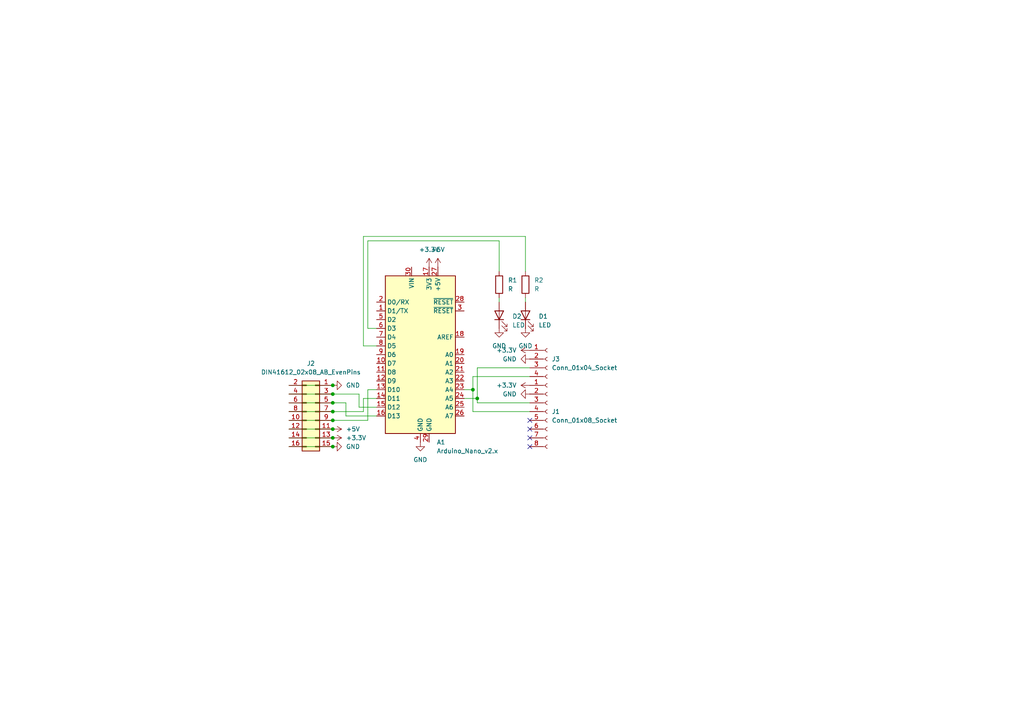
<source format=kicad_sch>
(kicad_sch (version 20231120) (generator "eeschema") (generator_version "8.0")
  (paper "A4")
  (lib_symbols
    (symbol "Connector:Conn_01x04_Socket" (pin_names (offset 1.016) hide)
      (property "Reference" "J" (at 0 5.08 0))
      (property "Value" "Conn_01x04_Socket" (at 0 -7.62 0))
      (symbol "Conn_01x04_Socket_1_1"
        (arc (start 0 -4.572) (mid -0.5058 -5.08) (end 0 -5.588) (stroke (width 0.1524)))
        (arc (start 0 -2.032) (mid -0.5058 -2.54) (end 0 -3.048) (stroke (width 0.1524)))
        (polyline (pts (xy -1.27 -5.08) (xy -0.508 -5.08)) (stroke (width 0.1524)))
        (polyline (pts (xy -1.27 -2.54) (xy -0.508 -2.54)) (stroke (width 0.1524)))
        (polyline (pts (xy -1.27 0) (xy -0.508 0)) (stroke (width 0.1524)))
        (polyline (pts (xy -1.27 2.54) (xy -0.508 2.54)) (stroke (width 0.1524)))
        (arc (start 0 0.508) (mid -0.5058 0) (end 0 -0.508) (stroke (width 0.1524)))
        (arc (start 0 3.048) (mid -0.5058 2.54) (end 0 2.032) (stroke (width 0.1524)))
        (pin passive line (at -5.08 2.54 0) (length 3.81) (name "Pin_1") (number "1"))
        (pin passive line (at -5.08 0 0) (length 3.81) (name "Pin_2") (number "2"))
        (pin passive line (at -5.08 -2.54 0) (length 3.81) (name "Pin_3") (number "3"))
        (pin passive line (at -5.08 -5.08 0) (length 3.81) (name "Pin_4") (number "4"))
      )
    )
    (symbol "Connector:Conn_01x08_Socket" (pin_names (offset 1.016) hide)
      (property "Reference" "J" (at 0 10.16 0))
      (property "Value" "Conn_01x08_Socket" (at 0 -12.7 0))
      (symbol "Conn_01x08_Socket_1_1"
        (arc (start 0 -9.652) (mid -0.5058 -10.16) (end 0 -10.668) (stroke (width 0.1524)))
        (arc (start 0 -7.112) (mid -0.5058 -7.62) (end 0 -8.128) (stroke (width 0.1524)))
        (arc (start 0 -4.572) (mid -0.5058 -5.08) (end 0 -5.588) (stroke (width 0.1524)))
        (arc (start 0 -2.032) (mid -0.5058 -2.54) (end 0 -3.048) (stroke (width 0.1524)))
        (polyline (pts (xy -1.27 -10.16) (xy -0.508 -10.16)) (stroke (width 0.1524)))
        (polyline (pts (xy -1.27 -7.62) (xy -0.508 -7.62)) (stroke (width 0.1524)))
        (polyline (pts (xy -1.27 -5.08) (xy -0.508 -5.08)) (stroke (width 0.1524)))
        (polyline (pts (xy -1.27 -2.54) (xy -0.508 -2.54)) (stroke (width 0.1524)))
        (polyline (pts (xy -1.27 0) (xy -0.508 0)) (stroke (width 0.1524)))
        (polyline (pts (xy -1.27 2.54) (xy -0.508 2.54)) (stroke (width 0.1524)))
        (polyline (pts (xy -1.27 5.08) (xy -0.508 5.08)) (stroke (width 0.1524)))
        (polyline (pts (xy -1.27 7.62) (xy -0.508 7.62)) (stroke (width 0.1524)))
        (arc (start 0 0.508) (mid -0.5058 0) (end 0 -0.508) (stroke (width 0.1524)))
        (arc (start 0 3.048) (mid -0.5058 2.54) (end 0 2.032) (stroke (width 0.1524)))
        (arc (start 0 5.588) (mid -0.5058 5.08) (end 0 4.572) (stroke (width 0.1524)))
        (arc (start 0 8.128) (mid -0.5058 7.62) (end 0 7.112) (stroke (width 0.1524)))
        (pin passive line (at -5.08 7.62 0) (length 3.81) (name "Pin_1") (number "1"))
        (pin passive line (at -5.08 5.08 0) (length 3.81) (name "Pin_2") (number "2"))
        (pin passive line (at -5.08 2.54 0) (length 3.81) (name "Pin_3") (number "3"))
        (pin passive line (at -5.08 0 0) (length 3.81) (name "Pin_4") (number "4"))
        (pin passive line (at -5.08 -2.54 0) (length 3.81) (name "Pin_5") (number "5"))
        (pin passive line (at -5.08 -5.08 0) (length 3.81) (name "Pin_6") (number "6"))
        (pin passive line (at -5.08 -7.62 0) (length 3.81) (name "Pin_7") (number "7"))
        (pin passive line (at -5.08 -10.16 0) (length 3.81) (name "Pin_8") (number "8"))
      )
    )
    (symbol "Connector:DIN41612_02x08_AB_EvenPins" (pin_names (offset 1.016) hide)
      (property "Reference" "J2" (at 1.27 13.97 0))
      (property "Value" "DIN41612_02x08_AB_EvenPins" (at 1.27 11.43 0))
      (symbol "DIN41612_02x08_AB_EvenPins_1_1"
        (rectangle (start -1.27 -10.033) (end 0 -10.287) (stroke (width 0.1524)))
        (rectangle (start -1.27 -7.493) (end 0 -7.747) (stroke (width 0.1524)))
        (rectangle (start -1.27 -4.953) (end 0 -5.207) (stroke (width 0.1524)))
        (rectangle (start -1.27 -2.413) (end 0 -2.667) (stroke (width 0.1524)))
        (rectangle (start -1.27 0.127) (end 0 -0.127) (stroke (width 0.1524)))
        (rectangle (start -1.27 2.667) (end 0 2.413) (stroke (width 0.1524)))
        (rectangle (start -1.27 5.207) (end 0 4.953) (stroke (width 0.1524)))
        (rectangle (start -1.27 7.747) (end 0 7.493) (stroke (width 0.1524)))
        (rectangle (start -1.27 8.89) (end 3.81 -11.43) (stroke (width 0.254)) (fill (type background)))
        (rectangle (start 3.81 -10.033) (end 2.54 -10.287) (stroke (width 0.1524)))
        (rectangle (start 3.81 -7.493) (end 2.54 -7.747) (stroke (width 0.1524)))
        (rectangle (start 3.81 -4.953) (end 2.54 -5.207) (stroke (width 0.1524)))
        (rectangle (start 3.81 -2.413) (end 2.54 -2.667) (stroke (width 0.1524)))
        (rectangle (start 3.81 0.127) (end 2.54 -0.127) (stroke (width 0.1524)))
        (rectangle (start 3.81 2.667) (end 2.54 2.413) (stroke (width 0.1524)))
        (rectangle (start 3.81 5.207) (end 2.54 4.953) (stroke (width 0.1524)))
        (rectangle (start 3.81 7.747) (end 2.54 7.493) (stroke (width 0.1524)))
        (pin passive line (at 7.62 7.62 180) (length 3.81) (name "ePin_b2") (number "1"))
        (pin passive line (at -5.08 -2.54 0) (length 3.81) (name "ePin_a10") (number "10"))
        (pin passive line (at 7.62 -5.08 180) (length 3.81) (name "ePin_b12") (number "11"))
        (pin passive line (at -5.08 -5.08 0) (length 3.81) (name "ePin_a12") (number "12"))
        (pin passive line (at 7.62 -7.62 180) (length 3.81) (name "Pin_b14") (number "13"))
        (pin passive line (at -5.08 -7.62 0) (length 3.81) (name "ePin_a14") (number "14"))
        (pin passive line (at 7.62 -10.16 180) (length 3.81) (name "ePin_b16") (number "15"))
        (pin passive line (at -5.08 -10.16 0) (length 3.81) (name "ePin_a16") (number "16"))
        (pin passive line (at -5.08 7.62 0) (length 3.81) (name "ePin_a2") (number "2"))
        (pin passive line (at 7.62 5.08 180) (length 3.81) (name "eePin_b4") (number "3"))
        (pin passive line (at -5.08 5.08 0) (length 3.81) (name "ePin_a4") (number "4"))
        (pin passive line (at 7.62 2.54 180) (length 3.81) (name "ePin_b6") (number "5"))
        (pin passive line (at -5.08 2.54 0) (length 3.81) (name "ePin_a6") (number "6"))
        (pin passive line (at 7.62 0 180) (length 3.81) (name "ePin_b8") (number "7"))
        (pin passive line (at -5.08 0 0) (length 3.81) (name "ePin_a8") (number "8"))
        (pin passive line (at 7.62 -2.54 180) (length 3.81) (name "ePin_b10") (number "9"))
      )
    )
    (symbol "Device:LED" (pin_numbers hide) (pin_names (offset 1.016) hide)
      (property "Reference" "D" (at 0 2.54 0))
      (property "Value" "LED" (at 0 -2.54 0))
      (symbol "LED_0_1"
        (polyline (pts (xy -1.27 -1.27) (xy -1.27 1.27)) (stroke (width 0.254)))
        (polyline (pts (xy -1.27 0) (xy 1.27 0)))
        (polyline (pts (xy 1.27 -1.27) (xy 1.27 1.27) (xy -1.27 0) (xy 1.27 -1.27)) (stroke (width 0.254)))
        (polyline (pts (xy -3.048 -0.762) (xy -4.572 -2.286) (xy -3.81 -2.286) (xy -4.572 -2.286) (xy -4.572 -1.524)))
        (polyline (pts (xy -1.778 -0.762) (xy -3.302 -2.286) (xy -2.54 -2.286) (xy -3.302 -2.286) (xy -3.302 -1.524)))
      )
      (symbol "LED_1_1"
        (pin passive line (at -3.81 0 0) (length 2.54) (name "K") (number "1"))
        (pin passive line (at 3.81 0 180) (length 2.54) (name "A") (number "2"))
      )
    )
    (symbol "Device:R" (pin_numbers hide) (pin_names (offset 0))
      (property "Reference" "R" (at 2.032 0 90))
      (property "Value" "R" (at 0 0 90))
      (symbol "R_0_1"
        (rectangle (start -1.016 -2.54) (end 1.016 2.54) (stroke (width 0.254)))
      )
      (symbol "R_1_1"
        (pin passive line (at 0 3.81 270) (length 1.27) (name "~") (number "1"))
        (pin passive line (at 0 -3.81 90) (length 1.27) (name "~") (number "2"))
      )
    )
    (symbol "MCU_Module:Arduino_Nano_v2.x"
      (property "Reference" "A" (at -10.16 23.495 0))
      (property "Value" "Arduino_Nano_v2.x" (at 5.08 -24.13 0))
      (symbol "Arduino_Nano_v2.x_0_1"
        (rectangle (start -10.16 22.86) (end 10.16 -22.86) (stroke (width 0.254)) (fill (type background)))
      )
      (symbol "Arduino_Nano_v2.x_1_1"
        (pin bidirectional line (at -12.7 12.7 0) (length 2.54) (name "D1/TX") (number "1"))
        (pin bidirectional line (at -12.7 -2.54 0) (length 2.54) (name "D7") (number "10"))
        (pin bidirectional line (at -12.7 -5.08 0) (length 2.54) (name "D8") (number "11"))
        (pin bidirectional line (at -12.7 -7.62 0) (length 2.54) (name "D9") (number "12"))
        (pin bidirectional line (at -12.7 -10.16 0) (length 2.54) (name "D10") (number "13"))
        (pin bidirectional line (at -12.7 -12.7 0) (length 2.54) (name "D11") (number "14"))
        (pin bidirectional line (at -12.7 -15.24 0) (length 2.54) (name "D12") (number "15"))
        (pin bidirectional line (at -12.7 -17.78 0) (length 2.54) (name "D13") (number "16"))
        (pin power_out line (at 2.54 25.4 270) (length 2.54) (name "3V3") (number "17"))
        (pin input line (at 12.7 5.08 180) (length 2.54) (name "AREF") (number "18"))
        (pin bidirectional line (at 12.7 0 180) (length 2.54) (name "A0") (number "19"))
        (pin bidirectional line (at -12.7 15.24 0) (length 2.54) (name "D0/RX") (number "2"))
        (pin bidirectional line (at 12.7 -2.54 180) (length 2.54) (name "A1") (number "20"))
        (pin bidirectional line (at 12.7 -5.08 180) (length 2.54) (name "A2") (number "21"))
        (pin bidirectional line (at 12.7 -7.62 180) (length 2.54) (name "A3") (number "22"))
        (pin bidirectional line (at 12.7 -10.16 180) (length 2.54) (name "A4") (number "23"))
        (pin bidirectional line (at 12.7 -12.7 180) (length 2.54) (name "A5") (number "24"))
        (pin bidirectional line (at 12.7 -15.24 180) (length 2.54) (name "A6") (number "25"))
        (pin bidirectional line (at 12.7 -17.78 180) (length 2.54) (name "A7") (number "26"))
        (pin power_out line (at 5.08 25.4 270) (length 2.54) (name "+5V") (number "27"))
        (pin input line (at 12.7 15.24 180) (length 2.54) (name "~{RESET}") (number "28"))
        (pin power_in line (at 2.54 -25.4 90) (length 2.54) (name "GND") (number "29"))
        (pin input line (at 12.7 12.7 180) (length 2.54) (name "~{RESET}") (number "3"))
        (pin power_in line (at -2.54 25.4 270) (length 2.54) (name "VIN") (number "30"))
        (pin power_in line (at 0 -25.4 90) (length 2.54) (name "GND") (number "4"))
        (pin bidirectional line (at -12.7 10.16 0) (length 2.54) (name "D2") (number "5"))
        (pin bidirectional line (at -12.7 7.62 0) (length 2.54) (name "D3") (number "6"))
        (pin bidirectional line (at -12.7 5.08 0) (length 2.54) (name "D4") (number "7"))
        (pin bidirectional line (at -12.7 2.54 0) (length 2.54) (name "D5") (number "8"))
        (pin bidirectional line (at -12.7 0 0) (length 2.54) (name "D6") (number "9"))
      )
    )
    (symbol "power:+3.3V" (power) (pin_numbers hide) (pin_names (offset 0) hide)
      (property "Value" "+3.3V" (at 0 3.556 0))
      (symbol "+3.3V_0_1"
        (polyline (pts (xy -0.762 1.27) (xy 0 2.54)))
        (polyline (pts (xy 0 0) (xy 0 2.54)))
        (polyline (pts (xy 0 2.54) (xy 0.762 1.27)))
      )
      (symbol "+3.3V_1_1"
        (pin power_in line (at 0 0 90) (length 0) (name "~") (number "1"))
      )
    )
    (symbol "power:+5V" (power) (pin_numbers hide) (pin_names (offset 0) hide)
      (property "Value" "+5V" (at 0 3.556 0))
      (symbol "+5V_0_1"
        (polyline (pts (xy -0.762 1.27) (xy 0 2.54)))
        (polyline (pts (xy 0 0) (xy 0 2.54)))
        (polyline (pts (xy 0 2.54) (xy 0.762 1.27)))
      )
      (symbol "+5V_1_1"
        (pin power_in line (at 0 0 90) (length 0) (name "~") (number "1"))
      )
    )
    (symbol "power:GND" (power) (pin_numbers hide) (pin_names (offset 0) hide)
      (property "Value" "GND" (at 0 -3.81 0))
      (symbol "GND_0_1"
        (polyline (pts (xy 0 0) (xy 0 -1.27) (xy 1.27 -1.27) (xy 0 -2.54) (xy -1.27 -1.27) (xy 0 -1.27)))
      )
      (symbol "GND_1_1"
        (pin power_in line (at 0 0 270) (length 0) (name "~") (number "1"))
      )
    )
  )
  (junction (at 138.43 115.57))
  (junction (at 96.52 127))
  (junction (at 96.52 111.76))
  (junction (at 137.16 113.03))
  (junction (at 96.52 129.54))
  (junction (at 96.52 114.3))
  (junction (at 96.52 119.38))
  (junction (at 96.52 124.46))
  (junction (at 96.52 116.84))
  (junction (at 96.52 121.92))
  (no_connect (at 153.67 121.92))
  (no_connect (at 153.67 127))
  (no_connect (at 153.67 124.46))
  (no_connect (at 153.67 129.54))
  (wire (pts (xy 105.41 68.58) (xy 152.4 68.58)))
  (wire (pts (xy 138.43 106.68) (xy 153.67 106.68)))
  (wire (pts (xy 104.14 114.3) (xy 104.14 118.11)))
  (wire (pts (xy 105.41 100.33) (xy 105.41 68.58)))
  (wire (pts (xy 137.16 113.03) (xy 137.16 119.38)))
  (wire (pts (xy 137.16 119.38) (xy 153.67 119.38)))
  (wire (pts (xy 106.68 121.92) (xy 96.52 121.92)))
  (wire (pts (xy 152.4 68.58) (xy 152.4 78.74)))
  (wire (pts (xy 134.62 113.03) (xy 137.16 113.03)))
  (wire (pts (xy 138.43 115.57) (xy 138.43 106.68)))
  (wire (pts (xy 83.82 127) (xy 96.52 127)))
  (wire (pts (xy 144.78 78.74) (xy 144.78 69.85)))
  (wire (pts (xy 83.82 116.84) (xy 96.52 116.84)))
  (wire (pts (xy 83.82 121.92) (xy 96.52 121.92)))
  (wire (pts (xy 83.82 129.54) (xy 96.52 129.54)))
  (wire (pts (xy 109.22 113.03) (xy 106.68 113.03)))
  (wire (pts (xy 106.68 113.03) (xy 106.68 121.92)))
  (wire (pts (xy 152.4 86.36) (xy 152.4 87.63)))
  (wire (pts (xy 109.22 120.65) (xy 100.33 120.65)))
  (wire (pts (xy 137.16 113.03) (xy 137.16 109.22)))
  (wire (pts (xy 83.82 114.3) (xy 96.52 114.3)))
  (wire (pts (xy 104.14 114.3) (xy 96.52 114.3)))
  (wire (pts (xy 109.22 100.33) (xy 105.41 100.33)))
  (wire (pts (xy 83.82 119.38) (xy 96.52 119.38)))
  (wire (pts (xy 105.41 119.38) (xy 96.52 119.38)))
  (wire (pts (xy 100.33 120.65) (xy 100.33 116.84)))
  (wire (pts (xy 109.22 118.11) (xy 104.14 118.11)))
  (wire (pts (xy 144.78 69.85) (xy 106.68 69.85)))
  (wire (pts (xy 83.82 111.76) (xy 96.52 111.76)))
  (wire (pts (xy 138.43 116.84) (xy 153.67 116.84)))
  (wire (pts (xy 100.33 116.84) (xy 96.52 116.84)))
  (wire (pts (xy 134.62 115.57) (xy 138.43 115.57)))
  (wire (pts (xy 106.68 95.25) (xy 109.22 95.25)))
  (wire (pts (xy 105.41 115.57) (xy 105.41 119.38)))
  (wire (pts (xy 137.16 109.22) (xy 153.67 109.22)))
  (wire (pts (xy 106.68 69.85) (xy 106.68 95.25)))
  (wire (pts (xy 109.22 115.57) (xy 105.41 115.57)))
  (wire (pts (xy 83.82 124.46) (xy 96.52 124.46)))
  (wire (pts (xy 144.78 86.36) (xy 144.78 87.63)))
  (wire (pts (xy 138.43 115.57) (xy 138.43 116.84)))
  (symbol (lib_id "power:+5V") (at 127 77.47 0) (unit 1)
    (property "Reference" "#PWR09" (effects (hide yes)))
    (property "Value" "+5V" (at 127 72.39 0))
    (property "Description" "Power symbol creates a global label with name \"+5V\"" (effects (hide yes)))
  )
  (symbol (lib_id "power:+3.3V") (at 153.67 111.76 90) (unit 1)
    (property "Reference" "#PWR08" (effects (hide yes)))
    (property "Value" "+3.3V" (at 149.86 111.7599 90) (effects (justify left)))
    (property "Description" "Power symbol creates a global label with name \"+3.3V\"" (effects (hide yes)))
  )
  (symbol (lib_id "power:GND") (at 144.78 95.25 0) (unit 1)
    (property "Reference" "#PWR012" (effects (hide yes)))
    (property "Value" "GND" (at 144.78 100.33 0))
    (property "Description" "Power symbol creates a global label with name \"GND\" , ground" (effects (hide yes)))
  )
  (symbol (lib_id "Device:LED") (at 152.4 91.44 90) (unit 1)
    (property "Reference" "D1" (at 156.21 91.7574 90) (effects (justify right)))
    (property "Value" "LED" (at 156.21 94.2974 90) (effects (justify right)))
    (property "Footprint" "LED_THT:LED_D3.0mm_Clear" (effects (hide yes)))
    (property "Description" "Light emitting diode" (effects (hide yes)))
  )
  (symbol (lib_id "power:GND") (at 96.52 111.76 90) (unit 1)
    (property "Reference" "#PWR01" (effects (hide yes)))
    (property "Value" "GND" (at 100.33 111.7599 90) (effects (justify right)))
    (property "Description" "Power symbol creates a global label with name \"GND\" , ground" (effects (hide yes)))
  )
  (symbol (lib_id "power:+5V") (at 96.52 124.46 270) (unit 1)
    (property "Reference" "#PWR010" (effects (hide yes)))
    (property "Value" "+5V" (at 100.33 124.4599 90) (effects (justify left)))
    (property "Description" "Power symbol creates a global label with name \"+5V\"" (effects (hide yes)))
  )
  (symbol (lib_id "power:GND") (at 152.4 95.25 0) (unit 1)
    (property "Reference" "#PWR013" (effects (hide yes)))
    (property "Value" "GND" (at 152.4 100.33 0))
    (property "Description" "Power symbol creates a global label with name \"GND\" , ground" (effects (hide yes)))
  )
  (symbol (lib_id "Connector:DIN41612_02x08_AB_EvenPins") (at 88.9 119.38 0) (unit 1)
    (property "Reference" "J2" (at 90.17 105.41 0))
    (property "Value" "DIN41612_02x08_AB_EvenPins" (at 90.17 107.95 0))
    (property "Footprint" "Connector_PinSocket_2.00mm:PinSocket_2x08_P2.00mm_Vertical" (effects (hide yes)))
    (property "Description" "DIN41612 connector, double row (AB) even pins only, 02x08, script generated (kicad-library-utils/schlib/autogen/connector/)" (effects (hide yes)))
  )
  (symbol (lib_id "power:GND") (at 153.67 114.3 270) (unit 1)
    (property "Reference" "#PWR03" (effects (hide yes)))
    (property "Value" "GND" (at 149.86 114.2999 90) (effects (justify right)))
    (property "Description" "Power symbol creates a global label with name \"GND\" , ground" (effects (hide yes)))
  )
  (symbol (lib_id "power:GND") (at 96.52 129.54 90) (unit 1)
    (property "Reference" "#PWR02" (effects (hide yes)))
    (property "Value" "GND" (at 100.33 129.5399 90) (effects (justify right)))
    (property "Description" "Power symbol creates a global label with name \"GND\" , ground" (effects (hide yes)))
  )
  (symbol (lib_id "Connector:Conn_01x08_Socket") (at 158.75 119.38 0) (unit 1)
    (property "Reference" "J1" (at 160.02 119.3799 0) (effects (justify left)))
    (property "Value" "Conn_01x08_Socket" (at 160.02 121.9199 0) (effects (justify left)))
    (property "Footprint" "Connector_PinSocket_2.00mm:PinSocket_1x08_P2.00mm_Vertical" (effects (hide yes)))
    (property "Description" "Generic connector, single row, 01x08, script generated" (effects (hide yes)))
  )
  (symbol (lib_id "power:GND") (at 121.92 128.27 0) (unit 1)
    (property "Reference" "#PWR011" (effects (hide yes)))
    (property "Value" "GND" (at 121.92 133.35 0))
    (property "Description" "Power symbol creates a global label with name \"GND\" , ground" (effects (hide yes)))
  )
  (symbol (lib_id "power:+3.3V") (at 153.67 101.6 90) (unit 1)
    (property "Reference" "#PWR07" (effects (hide yes)))
    (property "Value" "+3.3V" (at 149.86 101.5999 90) (effects (justify left)))
    (property "Description" "Power symbol creates a global label with name \"+3.3V\"" (effects (hide yes)))
  )
  (symbol (lib_id "Device:R") (at 144.78 82.55 180) (unit 1)
    (property "Reference" "R1" (at 147.32 81.2799 0) (effects (justify right)))
    (property "Value" "R" (at 147.32 83.8199 0) (effects (justify right)))
    (property "Footprint" "Resistor_THT:R_Axial_DIN0207_L6.3mm_D2.5mm_P15.24mm_Horizontal" (effects (hide yes)))
    (property "Description" "Resistor" (effects (hide yes)))
  )
  (symbol (lib_id "Device:LED") (at 144.78 91.44 90) (unit 1)
    (property "Reference" "D2" (at 148.59 91.7574 90) (effects (justify right)))
    (property "Value" "LED" (at 148.59 94.2974 90) (effects (justify right)))
    (property "Footprint" "LED_THT:LED_D3.0mm_Clear" (effects (hide yes)))
    (property "Description" "Light emitting diode" (effects (hide yes)))
  )
  (symbol (lib_id "Device:R") (at 152.4 82.55 0) (unit 1)
    (property "Reference" "R2" (at 154.94 81.2799 0) (effects (justify left)))
    (property "Value" "R" (at 154.94 83.8199 0) (effects (justify left)))
    (property "Footprint" "Resistor_THT:R_Axial_DIN0207_L6.3mm_D2.5mm_P15.24mm_Horizontal" (effects (hide yes)))
    (property "Description" "Resistor" (effects (hide yes)))
  )
  (symbol (lib_id "Connector:Conn_01x04_Socket") (at 158.75 104.14 0) (unit 1)
    (property "Reference" "J3" (at 160.02 104.1399 0) (effects (justify left)))
    (property "Value" "Conn_01x04_Socket" (at 160.02 106.6799 0) (effects (justify left)))
    (property "Footprint" "Connector_PinSocket_2.00mm:PinSocket_1x04_P2.00mm_Vertical" (effects (hide yes)))
    (property "Description" "Generic connector, single row, 01x04, script generated" (effects (hide yes)))
  )
  (symbol (lib_id "MCU_Module:Arduino_Nano_v2.x") (at 121.92 102.87 0) (unit 1)
    (property "Reference" "A1" (at 126.6541 128.27 0) (effects (justify left)))
    (property "Value" "Arduino_Nano_v2.x" (at 126.6541 130.81 0) (effects (justify left)))
    (property "Footprint" "Module:Arduino_Nano" (effects (hide yes)))
    (property "Datasheet" "https://www.arduino.cc/en/uploads/Main/ArduinoNanoManual23.pdf" (effects (hide yes)))
    (property "Description" "Arduino Nano v2.x" (effects (hide yes)))
  )
  (symbol (lib_id "power:+3.3V") (at 96.52 127 270) (unit 1)
    (property "Reference" "#PWR05" (effects (hide yes)))
    (property "Value" "+3.3V" (at 100.33 126.9999 90) (effects (justify left)))
    (property "Description" "Power symbol creates a global label with name \"+3.3V\"" (effects (hide yes)))
  )
  (symbol (lib_id "power:+3.3V") (at 124.46 77.47 0) (unit 1)
    (property "Reference" "#PWR06" (effects (hide yes)))
    (property "Value" "+3.3V" (at 124.46 72.39 0))
    (property "Description" "Power symbol creates a global label with name \"+3.3V\"" (effects (hide yes)))
  )
  (symbol (lib_id "power:GND") (at 153.67 104.14 270) (unit 1)
    (property "Reference" "#PWR04" (effects (hide yes)))
    (property "Value" "GND" (at 149.86 104.1399 90) (effects (justify right)))
    (property "Description" "Power symbol creates a global label with name \"GND\" , ground" (effects (hide yes)))
  )
)
</source>
